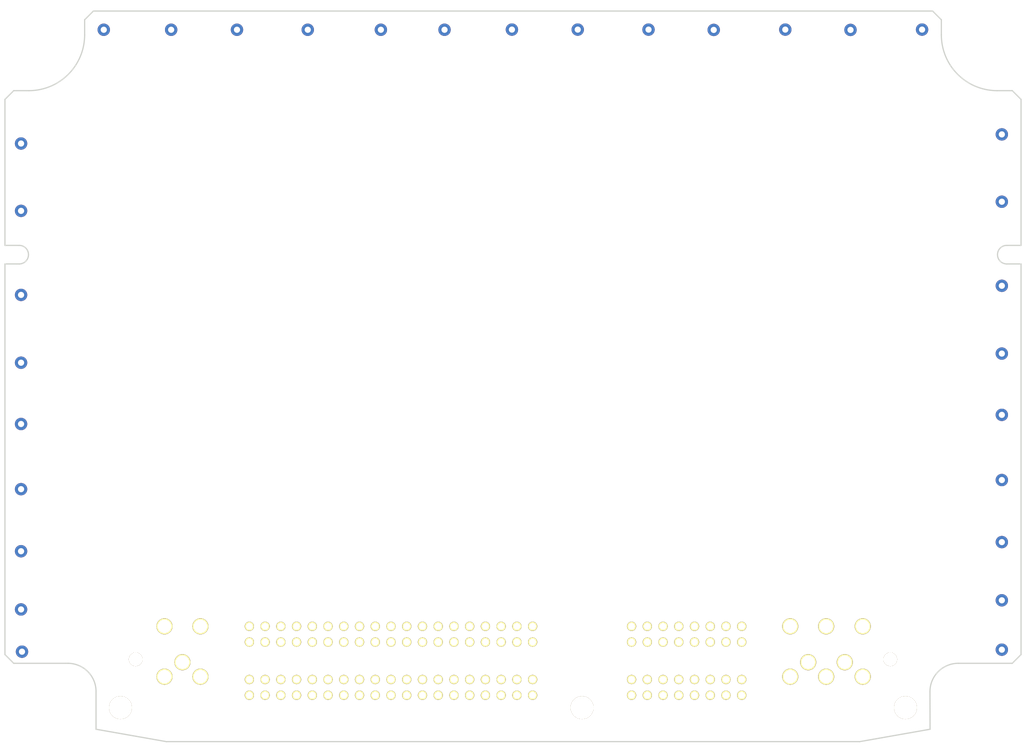
<source format=kicad_pcb>
(kicad_pcb (version 20240108) (generator "pcbnew") (generator_version "8.0")
  (title_block (title "Hellen121vag") (date "2022-10-14") (rev "d") (company "andreika @ rusEFI.com"))
  (layers (0 "F.Cu" signal) (1 "In1.Cu" signal "GND.Cu") (2 "In2.Cu" signal "Power.Cu") (31 "B.Cu" signal) (34 "B.Paste" user) (35 "F.Paste" user) (36 "B.SilkS" user "B.Silkscreen") (37 "F.SilkS" user "F.Silkscreen") (38 "B.Mask" user) (39 "F.Mask" user) (44 "Edge.Cuts" user))
  (net 0 "")
  (net 66 "unconnected-(P1-Pad59)")
  (footprint "368255-2:368255-2" (layer "F.Cu") (at 60.198 32.893)
    (property "Reference" "P1" (hide yes))
    (property "Value" "368255-2" (hide yes))
    (pad "" thru_hole circle (at 4.15 71.99) (size 3.7 3.7) (drill 3.7) (layers "*.Cu" "*.Mask" "F.SilkS"))
    (pad "" thru_hole circle (at 6.6 64.19) (size 2.2 2.2) (drill 2.2) (layers "*.Cu" "*.Mask" "F.SilkS"))
    (pad "" thru_hole circle (at 78.65 71.99) (size 3.7 3.7) (drill 3.7) (layers "*.Cu" "*.Mask" "F.SilkS"))
    (pad "" thru_hole circle (at 128.4 64.19) (size 2.2 2.2) (drill 2.2) (layers "*.Cu" "*.Mask" "F.SilkS"))
    (pad "" thru_hole circle (at 130.85 71.99) (size 3.7 3.7) (drill 3.7) (layers "*.Cu" "*.Mask" "F.SilkS"))
    (pad "1" thru_hole circle (at 11.25 66.99) (size 2.6 2.6) (drill 2.2) (layers "*.Cu" "*.Mask" "F.SilkS"))
    (pad "2" thru_hole circle (at 17.05 66.99) (size 2.6 2.6) (drill 2.2) (layers "*.Cu" "*.Mask" "F.SilkS"))
    (pad "3" thru_hole circle (at 14.15 64.66) (size 2.6 2.6) (drill 2.2) (layers "*.Cu" "*.Mask" "F.SilkS"))
    (pad "4" thru_hole circle (at 11.25 58.86 180) (size 2.6 2.6) (drill 2.2) (layers "*.Cu" "*.Mask" "F.SilkS"))
    (pad "5" thru_hole circle (at 17.05 58.86 180) (size 2.6 2.6) (drill 2.2) (layers "*.Cu" "*.Mask" "F.SilkS"))
    (pad "6" thru_hole circle (at 70.67 58.86) (size 1.5 1.5) (drill 1.1) (layers "*.Cu" "*.Mask" "F.SilkS"))
    (pad "7" thru_hole circle (at 68.13 58.86) (size 1.5 1.5) (drill 1.1) (layers "*.Cu" "*.Mask" "F.SilkS"))
    (pad "8" thru_hole circle (at 65.59 58.86) (size 1.5 1.5) (drill 1.1) (layers "*.Cu" "*.Mask" "F.SilkS"))
    (pad "9" thru_hole circle (at 63.05 58.86) (size 1.5 1.5) (drill 1.1) (layers "*.Cu" "*.Mask" "F.SilkS"))
    (pad "10" thru_hole circle (at 60.51 58.86) (size 1.5 1.5) (drill 1.1) (layers "*.Cu" "*.Mask" "F.SilkS"))
    (pad "11" thru_hole circle (at 57.97 58.86) (size 1.5 1.5) (drill 1.1) (layers "*.Cu" "*.Mask" "F.SilkS"))
    (pad "12" thru_hole circle (at 55.43 58.86) (size 1.5 1.5) (drill 1.1) (layers "*.Cu" "*.Mask" "F.SilkS"))
    (pad "13" thru_hole circle (at 52.89 58.86) (size 1.5 1.5) (drill 1.1) (layers "*.Cu" "*.Mask" "F.SilkS"))
    (pad "14" thru_hole circle (at 50.35 58.86) (size 1.5 1.5) (drill 1.1) (layers "*.Cu" "*.Mask" "F.SilkS"))
    (pad "15" thru_hole circle (at 47.81 58.86) (size 1.5 1.5) (drill 1.1) (layers "*.Cu" "*.Mask" "F.SilkS"))
    (pad "16" thru_hole circle (at 45.27 58.86) (size 1.5 1.5) (drill 1.1) (layers "*.Cu" "*.Mask" "F.SilkS"))
    (pad "17" thru_hole circle (at 42.73 58.86) (size 1.5 1.5) (drill 1.1) (layers "*.Cu" "*.Mask" "F.SilkS"))
    (pad "18" thru_hole circle (at 40.19 58.86) (size 1.5 1.5) (drill 1.1) (layers "*.Cu" "*.Mask" "F.SilkS"))
    (pad "19" thru_hole circle (at 37.65 58.86) (size 1.5 1.5) (drill 1.1) (layers "*.Cu" "*.Mask" "F.SilkS"))
    (pad "20" thru_hole circle (at 35.11 58.86) (size 1.5 1.5) (drill 1.1) (layers "*.Cu" "*.Mask" "F.SilkS"))
    (pad "21" thru_hole circle (at 32.57 58.86) (size 1.5 1.5) (drill 1.1) (layers "*.Cu" "*.Mask" "F.SilkS"))
    (pad "22" thru_hole circle (at 30.03 58.86) (size 1.5 1.5) (drill 1.1) (layers "*.Cu" "*.Mask" "F.SilkS"))
    (pad "23" thru_hole circle (at 27.49 58.86) (size 1.5 1.5) (drill 1.1) (layers "*.Cu" "*.Mask" "F.SilkS"))
    (pad "24" thru_hole circle (at 24.95 58.86) (size 1.5 1.5) (drill 1.1) (layers "*.Cu" "*.Mask" "F.SilkS"))
    (pad "25" thru_hole circle (at 70.67 61.4) (size 1.5 1.5) (drill 1.1) (layers "*.Cu" "*.Mask" "F.SilkS"))
    (pad "26" thru_hole circle (at 68.13 61.4) (size 1.5 1.5) (drill 1.1) (layers "*.Cu" "*.Mask" "F.SilkS"))
    (pad "27" thru_hole circle (at 65.59 61.4) (size 1.5 1.5) (drill 1.1) (layers "*.Cu" "*.Mask" "F.SilkS"))
    (pad "28" thru_hole circle (at 63.05 61.4) (size 1.5 1.5) (drill 1.1) (layers "*.Cu" "*.Mask" "F.SilkS"))
    (pad "29" thru_hole circle (at 60.51 61.4) (size 1.5 1.5) (drill 1.1) (layers "*.Cu" "*.Mask" "F.SilkS"))
    (pad "30" thru_hole circle (at 57.97 61.4) (size 1.5 1.5) (drill 1.1) (layers "*.Cu" "*.Mask" "F.SilkS"))
    (pad "31" thru_hole circle (at 55.43 61.4) (size 1.5 1.5) (drill 1.1) (layers "*.Cu" "*.Mask" "F.SilkS"))
    (pad "32" thru_hole circle (at 52.89 61.4) (size 1.5 1.5) (drill 1.1) (layers "*.Cu" "*.Mask" "F.SilkS"))
    (pad "33" thru_hole circle (at 50.35 61.4) (size 1.5 1.5) (drill 1.1) (layers "*.Cu" "*.Mask" "F.SilkS"))
    (pad "34" thru_hole circle (at 47.81 61.4) (size 1.5 1.5) (drill 1.1) (layers "*.Cu" "*.Mask" "F.SilkS"))
    (pad "35" thru_hole circle (at 45.27 61.4) (size 1.5 1.5) (drill 1.1) (layers "*.Cu" "*.Mask" "F.SilkS"))
    (pad "36" thru_hole circle (at 42.73 61.4) (size 1.5 1.5) (drill 1.1) (layers "*.Cu" "*.Mask" "F.SilkS"))
    (pad "37" thru_hole circle (at 40.19 61.4) (size 1.5 1.5) (drill 1.1) (layers "*.Cu" "*.Mask" "F.SilkS"))
    (pad "38" thru_hole circle (at 37.65 61.4) (size 1.5 1.5) (drill 1.1) (layers "*.Cu" "*.Mask" "F.SilkS"))
    (pad "39" thru_hole circle (at 35.11 61.4) (size 1.5 1.5) (drill 1.1) (layers "*.Cu" "*.Mask" "F.SilkS"))
    (pad "40" thru_hole circle (at 32.57 61.4) (size 1.5 1.5) (drill 1.1) (layers "*.Cu" "*.Mask" "F.SilkS"))
    (pad "41" thru_hole circle (at 30.03 61.4) (size 1.5 1.5) (drill 1.1) (layers "*.Cu" "*.Mask" "F.SilkS"))
    (pad "42" thru_hole circle (at 27.49 61.4) (size 1.5 1.5) (drill 1.1) (layers "*.Cu" "*.Mask" "F.SilkS"))
    (pad "43" thru_hole circle (at 24.95 61.4) (size 1.5 1.5) (drill 1.1) (layers "*.Cu" "*.Mask" "F.SilkS"))
    (pad "44" thru_hole circle (at 70.67 67.45) (size 1.5 1.5) (drill 1.1) (layers "*.Cu" "*.Mask" "F.SilkS"))
    (pad "45" thru_hole circle (at 68.13 67.45) (size 1.5 1.5) (drill 1.1) (layers "*.Cu" "*.Mask" "F.SilkS"))
    (pad "46" thru_hole circle (at 65.59 67.45) (size 1.5 1.5) (drill 1.1) (layers "*.Cu" "*.Mask" "F.SilkS"))
    (pad "47" thru_hole circle (at 63.05 67.45) (size 1.5 1.5) (drill 1.1) (layers "*.Cu" "*.Mask" "F.SilkS"))
    (pad "48" thru_hole circle (at 60.51 67.45) (size 1.5 1.5) (drill 1.1) (layers "*.Cu" "*.Mask" "F.SilkS"))
    (pad "49" thru_hole circle (at 57.97 67.45) (size 1.5 1.5) (drill 1.1) (layers "*.Cu" "*.Mask" "F.SilkS"))
    (pad "50" thru_hole circle (at 55.43 67.45) (size 1.5 1.5) (drill 1.1) (layers "*.Cu" "*.Mask" "F.SilkS"))
    (pad "51" thru_hole circle (at 52.89 67.45) (size 1.5 1.5) (drill 1.1) (layers "*.Cu" "*.Mask" "F.SilkS"))
    (pad "52" thru_hole circle (at 50.35 67.45) (size 1.5 1.5) (drill 1.1) (layers "*.Cu" "*.Mask" "F.SilkS"))
    (pad "53" thru_hole circle (at 47.81 67.45) (size 1.5 1.5) (drill 1.1) (layers "*.Cu" "*.Mask" "F.SilkS"))
    (pad "54" thru_hole circle (at 45.27 67.45) (size 1.5 1.5) (drill 1.1) (layers "*.Cu" "*.Mask" "F.SilkS"))
    (pad "55" thru_hole circle (at 42.73 67.45) (size 1.5 1.5) (drill 1.1) (layers "*.Cu" "*.Mask" "F.SilkS"))
    (pad "56" thru_hole circle (at 40.19 67.45) (size 1.5 1.5) (drill 1.1) (layers "*.Cu" "*.Mask" "F.SilkS"))
    (pad "57" thru_hole circle (at 37.65 67.45) (size 1.5 1.5) (drill 1.1) (layers "*.Cu" "*.Mask" "F.SilkS"))
    (pad "58" thru_hole circle (at 35.11 67.45) (size 1.5 1.5) (drill 1.1) (layers "*.Cu" "*.Mask" "F.SilkS"))
    (pad "59" thru_hole circle (at 32.57 67.45) (size 1.5 1.5) (drill 1.1) (layers "*.Cu" "*.Mask" "F.SilkS") (net 66 "unconnected-(P1-Pad59)"))
    (pad "60" thru_hole circle (at 30.03 67.45) (size 1.5 1.5) (drill 1.1) (layers "*.Cu" "*.Mask" "F.SilkS"))
    (pad "61" thru_hole circle (at 27.49 67.45) (size 1.5 1.5) (drill 1.1) (layers "*.Cu" "*.Mask" "F.SilkS"))
    (pad "62" thru_hole circle (at 24.95 67.45) (size 1.5 1.5) (drill 1.1) (layers "*.Cu" "*.Mask" "F.SilkS"))
    (pad "63" thru_hole circle (at 70.67 69.99) (size 1.5 1.5) (drill 1.1) (layers "*.Cu" "*.Mask" "F.SilkS"))
    (pad "64" thru_hole circle (at 68.13 69.99) (size 1.5 1.5) (drill 1.1) (layers "*.Cu" "*.Mask" "F.SilkS"))
    (pad "65" thru_hole circle (at 65.59 69.99) (size 1.5 1.5) (drill 1.1) (layers "*.Cu" "*.Mask" "F.SilkS"))
    (pad "66" thru_hole circle (at 63.05 69.99) (size 1.5 1.5) (drill 1.1) (layers "*.Cu" "*.Mask" "F.SilkS"))
    (pad "67" thru_hole circle (at 60.51 69.99) (size 1.5 1.5) (drill 1.1) (layers "*.Cu" "*.Mask" "F.SilkS"))
    (pad "68" thru_hole circle (at 57.97 69.99) (size 1.5 1.5) (drill 1.1) (layers "*.Cu" "*.Mask" "F.SilkS"))
    (pad "69" thru_hole circle (at 55.43 69.99) (size 1.5 1.5) (drill 1.1) (layers "*.Cu" "*.Mask" "F.SilkS"))
    (pad "70" thru_hole circle (at 52.89 69.99) (size 1.5 1.5) (drill 1.1) (layers "*.Cu" "*.Mask" "F.SilkS"))
    (pad "71" thru_hole circle (at 50.35 69.99) (size 1.5 1.5) (drill 1.1) (layers "*.Cu" "*.Mask" "F.SilkS"))
    (pad "72" thru_hole circle (at 47.81 69.99) (size 1.5 1.5) (drill 1.1) (layers "*.Cu" "*.Mask" "F.SilkS"))
    (pad "73" thru_hole circle (at 45.27 69.99) (size 1.5 1.5) (drill 1.1) (layers "*.Cu" "*.Mask" "F.SilkS"))
    (pad "74" thru_hole circle (at 42.73 69.99) (size 1.5 1.5) (drill 1.1) (layers "*.Cu" "*.Mask" "F.SilkS"))
    (pad "75" thru_hole circle (at 40.19 69.99) (size 1.5 1.5) (drill 1.1) (layers "*.Cu" "*.Mask" "F.SilkS"))
    (pad "76" thru_hole circle (at 37.65 69.99) (size 1.5 1.5) (drill 1.1) (layers "*.Cu" "*.Mask" "F.SilkS"))
    (pad "77" thru_hole circle (at 35.11 69.99) (size 1.5 1.5) (drill 1.1) (layers "*.Cu" "*.Mask" "F.SilkS"))
    (pad "78" thru_hole circle (at 32.57 69.99) (size 1.5 1.5) (drill 1.1) (layers "*.Cu" "*.Mask" "F.SilkS"))
    (pad "79" thru_hole circle (at 30.03 69.99) (size 1.5 1.5) (drill 1.1) (layers "*.Cu" "*.Mask" "F.SilkS"))
    (pad "80" thru_hole circle (at 27.49 69.99) (size 1.5 1.5) (drill 1.1) (layers "*.Cu" "*.Mask" "F.SilkS"))
    (pad "81" thru_hole circle (at 24.95 69.99) (size 1.5 1.5) (drill 1.1) (layers "*.Cu" "*.Mask" "F.SilkS"))
    (pad "82" thru_hole circle (at 86.64 69.99) (size 1.5 1.5) (drill 1.1) (layers "*.Cu" "*.Mask" "F.SilkS"))
    (pad "83" thru_hole circle (at 89.18 69.99) (size 1.5 1.5) (drill 1.1) (layers "*.Cu" "*.Mask" "F.SilkS"))
    (pad "84" thru_hole circle (at 91.72 69.99) (size 1.5 1.5) (drill 1.1) (layers "*.Cu" "*.Mask" "F.SilkS"))
    (pad "85" thru_hole circle (at 94.26 69.99) (size 1.5 1.5) (drill 1.1) (layers "*.Cu" "*.Mask" "F.SilkS"))
    (pad "86" thru_hole circle (at 96.8 69.99) (size 1.5 1.5) (drill 1.1) (layers "*.Cu" "*.Mask" "F.SilkS"))
    (pad "87" thru_hole circle (at 99.34 69.99) (size 1.5 1.5) (drill 1.1) (layers "*.Cu" "*.Mask" "F.SilkS"))
    (pad "88" thru_hole circle (at 101.88 69.99) (size 1.5 1.5) (drill 1.1) (layers "*.Cu" "*.Mask" "F.SilkS"))
    (pad "89" thru_hole circle (at 104.42 69.99) (size 1.5 1.5) (drill 1.1) (layers "*.Cu" "*.Mask" "F.SilkS"))
    (pad "90" thru_hole circle (at 86.64 67.45) (size 1.5 1.5) (drill 1.1) (layers "*.Cu" "*.Mask" "F.SilkS"))
    (pad "91" thru_hole circle (at 89.18 67.45) (size 1.5 1.5) (drill 1.1) (layers "*.Cu" "*.Mask" "F.SilkS"))
    (pad "92" thru_hole circle (at 91.72 67.45) (size 1.5 1.5) (drill 1.1) (layers "*.Cu" "*.Mask" "F.SilkS"))
    (pad "93" thru_hole circle (at 94.26 67.45) (size 1.5 1.5) (drill 1.1) (layers "*.Cu" "*.Mask" "F.SilkS"))
    (pad "94" thru_hole circle (at 96.8 67.45) (size 1.5 1.5) (drill 1.1) (layers "*.Cu" "*.Mask" "F.SilkS"))
    (pad "95" thru_hole circle (at 99.34 67.45) (size 1.5 1.5) (drill 1.1) (layers "*.Cu" "*.Mask" "F.SilkS"))
    (pad "96" thru_hole circle (at 101.88 67.45) (size 1.5 1.5) (drill 1.1) (layers "*.Cu" "*.Mask" "F.SilkS"))
    (pad "97" thru_hole circle (at 104.42 67.45) (size 1.5 1.5) (drill 1.1) (layers "*.Cu" "*.Mask" "F.SilkS"))
    (pad "98" thru_hole circle (at 86.64 61.4) (size 1.5 1.5) (drill 1.1) (layers "*.Cu" "*.Mask" "F.SilkS"))
    (pad "99" thru_hole circle (at 89.18 61.4) (size 1.5 1.5) (drill 1.1) (layers "*.Cu" "*.Mask" "F.SilkS"))
    (pad "100" thru_hole circle (at 91.72 61.4) (size 1.5 1.5) (drill 1.1) (layers "*.Cu" "*.Mask" "F.SilkS"))
    (pad "101" thru_hole circle (at 94.26 61.4) (size 1.5 1.5) (drill 1.1) (layers "*.Cu" "*.Mask" "F.SilkS"))
    (pad "102" thru_hole circle (at 96.8 61.4) (size 1.5 1.5) (drill 1.1) (layers "*.Cu" "*.Mask" "F.SilkS"))
    (pad "103" thru_hole circle (at 99.34 61.4) (size 1.5 1.5) (drill 1.1) (layers "*.Cu" "*.Mask" "F.SilkS"))
    (pad "104" thru_hole circle (at 101.88 61.4) (size 1.5 1.5) (drill 1.1) (layers "*.Cu" "*.Mask" "F.SilkS"))
    (pad "105" thru_hole circle (at 104.42 61.4) (size 1.5 1.5) (drill 1.1) (layers "*.Cu" "*.Mask" "F.SilkS"))
    (pad "106" thru_hole circle (at 86.64 58.86) (size 1.5 1.5) (drill 1.1) (layers "*.Cu" "*.Mask" "F.SilkS"))
    (pad "107" thru_hole circle (at 89.18 58.86) (size 1.5 1.5) (drill 1.1) (layers "*.Cu" "*.Mask" "F.SilkS"))
    (pad "108" thru_hole circle (at 91.72 58.86) (size 1.5 1.5) (drill 1.1) (layers "*.Cu" "*.Mask" "F.SilkS"))
    (pad "109" thru_hole circle (at 94.26 58.86) (size 1.5 1.5) (drill 1.1) (layers "*.Cu" "*.Mask" "F.SilkS"))
    (pad "110" thru_hole circle (at 96.8 58.86) (size 1.5 1.5) (drill 1.1) (layers "*.Cu" "*.Mask" "F.SilkS"))
    (pad "111" thru_hole circle (at 99.34 58.86) (size 1.5 1.5) (drill 1.1) (layers "*.Cu" "*.Mask" "F.SilkS"))
    (pad "112" thru_hole circle (at 101.88 58.86) (size 1.5 1.5) (drill 1.1) (layers "*.Cu" "*.Mask" "F.SilkS"))
    (pad "113" thru_hole circle (at 104.42 58.86) (size 1.5 1.5) (drill 1.1) (layers "*.Cu" "*.Mask" "F.SilkS"))
    (pad "114" thru_hole circle (at 112.25 66.99) (size 2.6 2.6) (drill 2.2) (layers "*.Cu" "*.Mask" "F.SilkS"))
    (pad "115" thru_hole circle (at 118.05 66.99) (size 2.6 2.6) (drill 2.2) (layers "*.Cu" "*.Mask" "F.SilkS"))
    (pad "116" thru_hole circle (at 123.95 66.99) (size 2.6 2.6) (drill 2.2) (layers "*.Cu" "*.Mask" "F.SilkS"))
    (pad "117" thru_hole circle (at 115.15 64.66) (size 2.6 2.6) (drill 2.2) (layers "*.Cu" "*.Mask" "F.SilkS"))
    (pad "118" thru_hole circle (at 121.05 64.66) (size 2.6 2.6) (drill 2.2) (layers "*.Cu" "*.Mask" "F.SilkS"))
    (pad "119" thru_hole circle (at 112.25 58.86 180) (size 2.6 2.6) (drill 2.2) (layers "*.Cu" "*.Mask" "F.SilkS"))
    (pad "120" thru_hole circle (at 118.05 58.86 180) (size 2.6 2.6) (drill 2.2) (layers "*.Cu" "*.Mask" "F.SilkS"))
    (pad "121" thru_hole circle (at 123.95 58.86 180) (size 2.6 2.6) (drill 2.2) (layers "*.Cu" "*.Mask" "F.SilkS"))
  )
  (footprint "rusefi_lib:Off_Road_Disclaimer" (layer "B.Cu") (at 111.75 0.275 180)
    (property "Reference" "G4" (hide yes))
    (property "Value" "DISCLAIMER" (hide yes))
  )
  (gr_line (start 183.66 110.375) (end 195.0152 108.375) (stroke (width 0.2)) (layer "Edge.Cuts"))
  (gr_line (start 58.56 -3.765) (end 58.56 -6.210787) (stroke (width 0.2)) (layer "Edge.Cuts"))
  (gr_arc (start 48 30.225) (mid 49.500167 31.725) (end 48 33.225) (stroke (width 0.2)) (layer "Edge.Cuts"))
  (gr_arc (start 205.84 5.234999) (mid 199.476039 2.59896) (end 196.84 -3.765001) (stroke (width 0.2)) (layer "Edge.Cuts"))
  (gr_line (start 60.4 108.375) (end 60.4 102.166999) (stroke (width 0.2)) (layer "Edge.Cuts"))
  (gr_arc (start 55.9 97.724998) (mid 59.048191 99.03608) (end 60.4 102.166999) (stroke (width 0.2)) (layer "Edge.Cuts"))
  (gr_line (start 207.4 30.224999) (end 209.7 30.224999) (stroke (width 0.2)) (layer "Edge.Cuts"))
  (gr_arc (start 195 102.286999) (mid 196.347196 99.054368) (end 199.5872 97.725) (stroke (width 0.2)) (layer "Edge.Cuts"))
  (gr_line (start 45.7 96.310786) (end 45.7 33.225) (stroke (width 0.2)) (layer "Edge.Cuts"))
  (gr_line (start 49.56 5.235) (end 47.114214 5.235) (stroke (width 0.2)) (layer "Edge.Cuts"))
  (gr_line (start 195.425787 -7.625001) (end 59.974214 -7.625) (stroke (width 0.2)) (layer "Edge.Cuts"))
  (gr_line (start 208.285787 97.725) (end 199.5872 97.725) (stroke (width 0.2)) (layer "Edge.Cuts"))
  (gr_line (start 48 33.225) (end 45.7 33.225) (stroke (width 0.2)) (layer "Edge.Cuts"))
  (gr_line (start 195.0152 108.375) (end 195 102.286999) (stroke (width 0.2)) (layer "Edge.Cuts"))
  (gr_line (start 183.66 110.375) (end 71.74 110.375) (stroke (width 0.2)) (layer "Edge.Cuts"))
  (gr_line (start 209.7 96.310786) (end 209.7 33.224999) (stroke (width 0.2)) (layer "Edge.Cuts"))
  (gr_line (start 58.56 -6.210787) (end 59.974214 -7.625) (stroke (width 0.2)) (layer "Edge.Cuts"))
  (gr_line (start 209.7 30.224999) (end 209.7 6.649213) (stroke (width 0.2)) (layer "Edge.Cuts"))
  (gr_line (start 196.84 -6.210787) (end 195.425787 -7.625) (stroke (width 0.2)) (layer "Edge.Cuts"))
  (gr_line (start 48 30.225) (end 45.7 30.225) (stroke (width 0.2)) (layer "Edge.Cuts"))
  (gr_line (start 71.74 110.375) (end 60.4 108.375) (stroke (width 0.2)) (layer "Edge.Cuts"))
  (gr_line (start 209.700001 6.649213) (end 208.285787 5.234999) (stroke (width 0.2)) (layer "Edge.Cuts"))
  (gr_line (start 205.84 5.234999) (end 208.285787 5.234999) (stroke (width 0.2)) (layer "Edge.Cuts"))
  (gr_line (start 207.4 33.224999) (end 209.7 33.224999) (stroke (width 0.2)) (layer "Edge.Cuts"))
  (gr_line (start 209.7 96.310786) (end 208.285787 97.724999) (stroke (width 0.2)) (layer "Edge.Cuts"))
  (gr_arc (start 58.56 -3.765) (mid 55.923961 2.598961) (end 49.56 5.235) (stroke (width 0.2)) (layer "Edge.Cuts"))
  (gr_line (start 45.7 6.649213) (end 47.114214 5.235) (stroke (width 0.2)) (layer "Edge.Cuts"))
  (gr_line (start 196.84 -3.765001) (end 196.84 -6.210787) (stroke (width 0.2)) (layer "Edge.Cuts"))
  (gr_arc (start 207.4 33.224999) (mid 205.9 31.724999) (end 207.4 30.224999) (stroke (width 0.2)) (layer "Edge.Cuts"))
  (gr_line (start 45.7 30.224999) (end 45.7 6.649213) (stroke (width 0.2)) (layer "Edge.Cuts"))
  (gr_line (start 45.7 96.310786) (end 47.114214 97.724999) (stroke (width 0.2)) (layer "Edge.Cuts"))
  (gr_line (start 47.114214 97.725) (end 55.9 97.725) (stroke (width 0.2)) (layer "Edge.Cuts"))
  (via (at 48.3 79.625) (size 2) (drill 1) (layers "F.Cu" "B.Cu") (net 66))
  (via (at 48.3 89.025) (size 2) (drill 1) (layers "F.Cu" "B.Cu") (net 66))
  (via (at 48.3 24.65) (size 2) (drill 1) (layers "F.Cu" "B.Cu") (net 66))
  (via (at 48.3 38.225) (size 2) (drill 1) (layers "F.Cu" "B.Cu") (net 66))
  (via (at 48.3 13.775) (size 2) (drill 1) (layers "F.Cu" "B.Cu") (net 66))
  (via (at 160.1 -4.575) (size 2) (drill 1) (layers "F.Cu" "B.Cu") (net 66))
  (via (at 48.45 95.85) (size 2) (drill 1) (layers "F.Cu" "B.Cu") (net 66))
  (via (at 149.575 -4.625) (size 2) (drill 1) (layers "F.Cu" "B.Cu") (net 66))
  (via (at 206.6 78.15) (size 2) (drill 1) (layers "F.Cu" "B.Cu") (net 66))
  (via (at 48.3 69.6) (size 2) (drill 1) (layers "F.Cu" "B.Cu") (net 66))
  (via (at 206.6 68.125) (size 2) (drill 1) (layers "F.Cu" "B.Cu") (net 66))
  (via (at 72.525 -4.6) (size 2) (drill 1) (layers "F.Cu" "B.Cu") (net 66))
  (via (at 116.65 -4.6) (size 2) (drill 1) (layers "F.Cu" "B.Cu") (net 66))
  (via (at 94.575 -4.6) (size 2) (drill 1) (layers "F.Cu" "B.Cu") (net 66))
  (via (at 193.725 -4.625) (size 2) (drill 1) (layers "F.Cu" "B.Cu") (net 66))
  (via (at 206.6 23.175) (size 2) (drill 1) (layers "F.Cu" "B.Cu") (net 66))
  (via (at 171.65 -4.625) (size 2) (drill 1) (layers "F.Cu" "B.Cu") (net 66))
  (via (at 206.6 57.6) (size 2) (drill 1) (layers "F.Cu" "B.Cu") (net 66))
  (via (at 206.6 95.525) (size 2) (drill 1) (layers "F.Cu" "B.Cu") (net 66))
  (via (at 206.6 12.3) (size 2) (drill 1) (layers "F.Cu" "B.Cu") (net 66))
  (via (at 206.6 47.7) (size 2) (drill 1) (layers "F.Cu" "B.Cu") (net 66))
  (via (at 61.65 -4.6) (size 2) (drill 1) (layers "F.Cu" "B.Cu") (net 66))
  (via (at 106.375 -4.6) (size 2) (drill 1) (layers "F.Cu" "B.Cu") (net 66))
  (via (at 48.3 59.075) (size 2) (drill 1) (layers "F.Cu" "B.Cu") (net 66))
  (via (at 206.6 87.55) (size 2) (drill 1) (layers "F.Cu" "B.Cu") (net 66))
  (via (at 127.525 -4.625) (size 2) (drill 1) (layers "F.Cu" "B.Cu") (net 66))
  (via (at 182.175 -4.575) (size 2) (drill 1) (layers "F.Cu" "B.Cu") (net 66))
  (via (at 138.15 -4.625) (size 2) (drill 1) (layers "F.Cu" "B.Cu") (net 66))
  (via (at 48.3 49.175) (size 2) (drill 1) (layers "F.Cu" "B.Cu") (net 66))
  (via (at 83.15 -4.6) (size 2) (drill 1) (layers "F.Cu" "B.Cu") (net 66))
  (via (at 206.6 36.75) (size 2) (drill 1) (layers "F.Cu" "B.Cu") (net 66))
)
</source>
